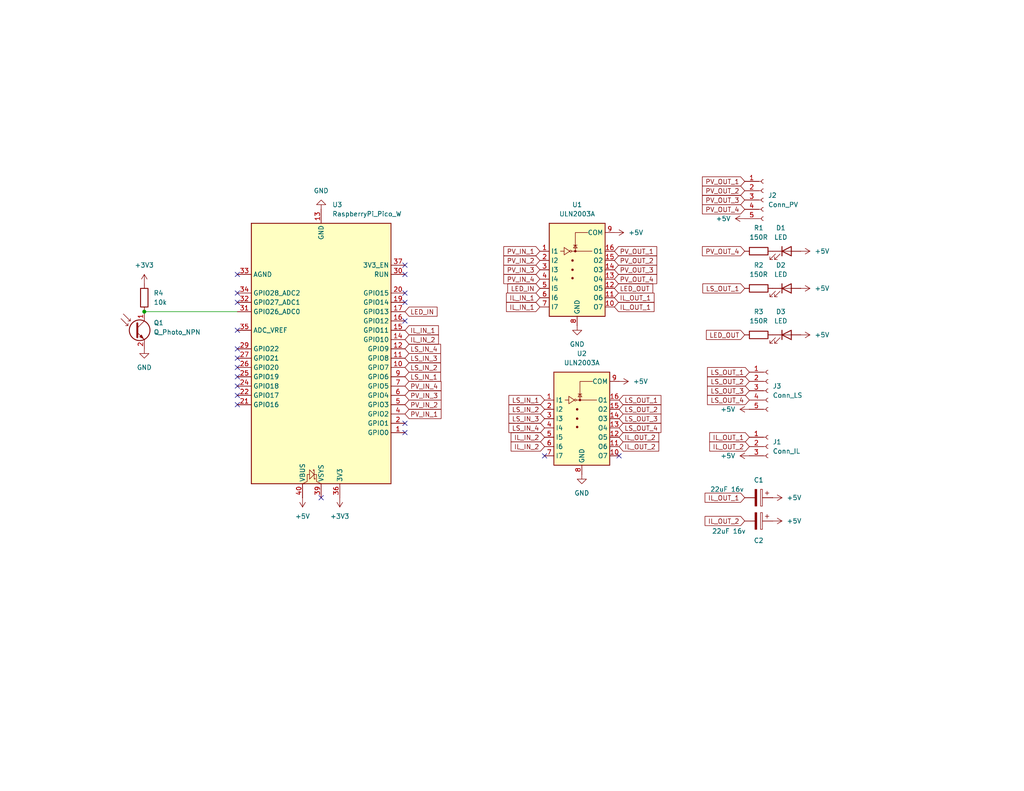
<source format=kicad_sch>
(kicad_sch (version 20231120) (generator "eeschema") (generator_version "8.0")
  (paper "A")
  (title_block (title "Moon Phase Display") (date "2024-06-25") (rev "C"))
  (lib_symbols
    (symbol "Connector:Conn_01x03_Socket" (pin_names (offset 1.016) hide)
      (property "Reference" "J" (at 0 5.08 0))
      (property "Value" "Conn_01x03_Socket" (at 0 -5.08 0))
      (symbol "Conn_01x03_Socket_1_1"
        (arc (start 0 -2.032) (mid -0.5058 -2.54) (end 0 -3.048) (stroke (width 0.1524)))
        (polyline (pts (xy -1.27 -2.54) (xy -0.508 -2.54)) (stroke (width 0.1524)))
        (polyline (pts (xy -1.27 0) (xy -0.508 0)) (stroke (width 0.1524)))
        (polyline (pts (xy -1.27 2.54) (xy -0.508 2.54)) (stroke (width 0.1524)))
        (arc (start 0 0.508) (mid -0.5058 0) (end 0 -0.508) (stroke (width 0.1524)))
        (arc (start 0 3.048) (mid -0.5058 2.54) (end 0 2.032) (stroke (width 0.1524)))
        (pin passive line (at -5.08 2.54 0) (length 3.81) (name "Pin_1") (number "1"))
        (pin passive line (at -5.08 0 0) (length 3.81) (name "Pin_2") (number "2"))
        (pin passive line (at -5.08 -2.54 0) (length 3.81) (name "Pin_3") (number "3"))
      )
    )
    (symbol "Connector:Conn_01x05_Socket" (pin_names (offset 1.016) hide)
      (property "Reference" "J" (at 0 7.62 0))
      (property "Value" "Conn_01x05_Socket" (at 0 -7.62 0))
      (symbol "Conn_01x05_Socket_1_1"
        (arc (start 0 -4.572) (mid -0.5058 -5.08) (end 0 -5.588) (stroke (width 0.1524)))
        (arc (start 0 -2.032) (mid -0.5058 -2.54) (end 0 -3.048) (stroke (width 0.1524)))
        (polyline (pts (xy -1.27 -5.08) (xy -0.508 -5.08)) (stroke (width 0.1524)))
        (polyline (pts (xy -1.27 -2.54) (xy -0.508 -2.54)) (stroke (width 0.1524)))
        (polyline (pts (xy -1.27 0) (xy -0.508 0)) (stroke (width 0.1524)))
        (polyline (pts (xy -1.27 2.54) (xy -0.508 2.54)) (stroke (width 0.1524)))
        (polyline (pts (xy -1.27 5.08) (xy -0.508 5.08)) (stroke (width 0.1524)))
        (arc (start 0 0.508) (mid -0.5058 0) (end 0 -0.508) (stroke (width 0.1524)))
        (arc (start 0 3.048) (mid -0.5058 2.54) (end 0 2.032) (stroke (width 0.1524)))
        (arc (start 0 5.588) (mid -0.5058 5.08) (end 0 4.572) (stroke (width 0.1524)))
        (pin passive line (at -5.08 5.08 0) (length 3.81) (name "Pin_1") (number "1"))
        (pin passive line (at -5.08 2.54 0) (length 3.81) (name "Pin_2") (number "2"))
        (pin passive line (at -5.08 0 0) (length 3.81) (name "Pin_3") (number "3"))
        (pin passive line (at -5.08 -2.54 0) (length 3.81) (name "Pin_4") (number "4"))
        (pin passive line (at -5.08 -5.08 0) (length 3.81) (name "Pin_5") (number "5"))
      )
    )
    (symbol "Device:C_Polarized" (pin_numbers hide) (pin_names (offset 0.254))
      (property "Reference" "C" (at 0.635 2.54 0))
      (property "Value" "C_Polarized" (at 0.635 -2.54 0))
      (symbol "C_Polarized_0_1"
        (rectangle (start -2.286 0.508) (end 2.286 1.016))
        (polyline (pts (xy -1.778 2.286) (xy -0.762 2.286)))
        (polyline (pts (xy -1.27 2.794) (xy -1.27 1.778)))
        (rectangle (start 2.286 -0.508) (end -2.286 -1.016) (fill (type outline)))
      )
      (symbol "C_Polarized_1_1"
        (pin passive line (at 0 3.81 270) (length 2.794) (name "~") (number "1"))
        (pin passive line (at 0 -3.81 90) (length 2.794) (name "~") (number "2"))
      )
    )
    (symbol "Device:LED" (pin_numbers hide) (pin_names (offset 1.016) hide)
      (property "Reference" "D" (at 0 2.54 0))
      (property "Value" "LED" (at 0 -2.54 0))
      (symbol "LED_0_1"
        (polyline (pts (xy -1.27 -1.27) (xy -1.27 1.27)) (stroke (width 0.254)))
        (polyline (pts (xy -1.27 0) (xy 1.27 0)))
        (polyline (pts (xy 1.27 -1.27) (xy 1.27 1.27) (xy -1.27 0) (xy 1.27 -1.27)) (stroke (width 0.254)))
        (polyline (pts (xy -3.048 -0.762) (xy -4.572 -2.286) (xy -3.81 -2.286) (xy -4.572 -2.286) (xy -4.572 -1.524)))
        (polyline (pts (xy -1.778 -0.762) (xy -3.302 -2.286) (xy -2.54 -2.286) (xy -3.302 -2.286) (xy -3.302 -1.524)))
      )
      (symbol "LED_1_1"
        (pin passive line (at -3.81 0 0) (length 2.54) (name "K") (number "1"))
        (pin passive line (at 3.81 0 180) (length 2.54) (name "A") (number "2"))
      )
    )
    (symbol "Device:Q_Photo_NPN" (pin_names (offset 0) hide)
      (property "Reference" "Q" (at 5.08 1.27 0))
      (property "Value" "Q_Photo_NPN" (at 5.08 -1.27 0))
      (symbol "Q_Photo_NPN_0_1"
        (polyline (pts (xy -1.905 1.27) (xy -2.54 1.27)))
        (polyline (pts (xy -1.27 2.54) (xy -1.905 2.54)))
        (polyline (pts (xy 0.635 0.635) (xy 2.54 2.54)))
        (polyline (pts (xy -3.81 3.175) (xy -1.905 1.27) (xy -1.905 1.905)))
        (polyline (pts (xy -3.175 4.445) (xy -1.27 2.54) (xy -1.27 3.175)))
        (polyline (pts (xy 0.635 -0.635) (xy 2.54 -2.54) (xy 2.54 -2.54)))
        (polyline (pts (xy 0.635 1.905) (xy 0.635 -1.905) (xy 0.635 -1.905)) (stroke (width 0.508)))
        (polyline (pts (xy 1.27 -1.778) (xy 1.778 -1.27) (xy 2.286 -2.286) (xy 1.27 -1.778) (xy 1.27 -1.778)) (fill (type outline)))
        (circle (center 1.27 0) (radius 2.8194) (stroke (width 0.254)))
      )
      (symbol "Q_Photo_NPN_1_1"
        (pin passive line (at 2.54 5.08 270) (length 2.54) (name "C") (number "1"))
        (pin passive line (at 2.54 -5.08 90) (length 2.54) (name "E") (number "2"))
      )
    )
    (symbol "Device:R" (pin_numbers hide) (pin_names (offset 0))
      (property "Reference" "R" (at 2.032 0 90))
      (property "Value" "R" (at 0 0 90))
      (symbol "R_0_1"
        (rectangle (start -1.016 -2.54) (end 1.016 2.54) (stroke (width 0.254)))
      )
      (symbol "R_1_1"
        (pin passive line (at 0 3.81 270) (length 1.27) (name "~") (number "1"))
        (pin passive line (at 0 -3.81 90) (length 1.27) (name "~") (number "2"))
      )
    )
    (symbol "MCU_Module_RaspberryPi_Pico:RaspberryPi_Pico_W"
      (property "Reference" "U" (at -19.05 38.1 0))
      (property "Value" "RaspberryPi_Pico_W" (at 7.62 38.1 0))
      (symbol "RaspberryPi_Pico_W_0_1"
        (rectangle (start -19.05 36.83) (end 19.05 -34.29) (stroke (width 0.254)) (fill (type background)))
        (polyline (pts (xy 0 36.83) (xy 1.27 36.195) (xy 1.27 34.29) (xy 1.905 34.29)))
        (polyline (pts (xy 1.905 34.29) (xy 3.175 35.56) (xy 3.175 33.02) (xy 1.905 34.29)))
        (polyline (pts (xy 5.08 36.83) (xy 3.81 36.195) (xy 3.81 34.29) (xy 3.175 34.29)))
        (polyline (pts (xy 1.651 35.306) (xy 1.651 35.56) (xy 1.905 35.56) (xy 1.905 33.02) (xy 2.159 33.02) (xy 2.159 33.274)))
      )
      (symbol "RaspberryPi_Pico_W_1_1"
        (pin bidirectional line (at -22.86 22.86 0) (length 3.81) (name "GPIO0") (number "1"))
        (pin bidirectional line (at -22.86 5.08 0) (length 3.81) (name "GPIO7") (number "10"))
        (pin bidirectional line (at -22.86 2.54 0) (length 3.81) (name "GPIO8") (number "11"))
        (pin bidirectional line (at -22.86 0 0) (length 3.81) (name "GPIO9") (number "12"))
        (pin power_out line (at 0 -38.1 90) (length 3.81) (name "GND") (number "13"))
        (pin bidirectional line (at -22.86 -2.54 0) (length 3.81) (name "GPIO10") (number "14"))
        (pin bidirectional line (at -22.86 -5.08 0) (length 3.81) (name "GPIO11") (number "15"))
        (pin bidirectional line (at -22.86 -7.62 0) (length 3.81) (name "GPIO12") (number "16"))
        (pin bidirectional line (at -22.86 -10.16 0) (length 3.81) (name "GPIO13") (number "17"))
        (pin passive line (at 0 -38.1 90) (length 3.81) hide (name "GND") (number "18"))
        (pin bidirectional line (at -22.86 -12.7 0) (length 3.81) (name "GPIO14") (number "19"))
        (pin bidirectional line (at -22.86 20.32 0) (length 3.81) (name "GPIO1") (number "2"))
        (pin bidirectional line (at -22.86 -15.24 0) (length 3.81) (name "GPIO15") (number "20"))
        (pin bidirectional line (at 22.86 15.24 180) (length 3.81) (name "GPIO16") (number "21"))
        (pin bidirectional line (at 22.86 12.7 180) (length 3.81) (name "GPIO17") (number "22"))
        (pin passive line (at 0 -38.1 90) (length 3.81) hide (name "GND") (number "23"))
        (pin bidirectional line (at 22.86 10.16 180) (length 3.81) (name "GPIO18") (number "24"))
        (pin bidirectional line (at 22.86 7.62 180) (length 3.81) (name "GPIO19") (number "25"))
        (pin bidirectional line (at 22.86 5.08 180) (length 3.81) (name "GPIO20") (number "26"))
        (pin bidirectional line (at 22.86 2.54 180) (length 3.81) (name "GPIO21") (number "27"))
        (pin passive line (at 0 -38.1 90) (length 3.81) hide (name "GND") (number "28"))
        (pin bidirectional line (at 22.86 0 180) (length 3.81) (name "GPIO22") (number "29"))
        (pin passive line (at 0 -38.1 90) (length 3.81) hide (name "GND") (number "3"))
        (pin input line (at -22.86 -20.32 0) (length 3.81) (name "RUN") (number "30"))
        (pin bidirectional line (at 22.86 -10.16 180) (length 3.81) (name "GPIO26_ADC0") (number "31"))
        (pin bidirectional line (at 22.86 -12.7 180) (length 3.81) (name "GPIO27_ADC1") (number "32"))
        (pin power_in line (at 22.86 -20.32 180) (length 3.81) (name "AGND") (number "33"))
        (pin bidirectional line (at 22.86 -15.24 180) (length 3.81) (name "GPIO28_ADC2") (number "34"))
        (pin power_in line (at 22.86 -5.08 180) (length 3.81) (name "ADC_VREF") (number "35"))
        (pin power_out line (at -5.08 40.64 270) (length 3.81) (name "3V3") (number "36"))
        (pin input line (at -22.86 -22.86 0) (length 3.81) (name "3V3_EN") (number "37"))
        (pin passive line (at 0 -38.1 90) (length 3.81) hide (name "GND") (number "38"))
        (pin power_in line (at 0 40.64 270) (length 3.81) (name "VSYS") (number "39"))
        (pin bidirectional line (at -22.86 17.78 0) (length 3.81) (name "GPIO2") (number "4"))
        (pin power_out line (at 5.08 40.64 270) (length 3.81) (name "VBUS") (number "40"))
        (pin bidirectional line (at -22.86 15.24 0) (length 3.81) (name "GPIO3") (number "5"))
        (pin bidirectional line (at -22.86 12.7 0) (length 3.81) (name "GPIO4") (number "6"))
        (pin bidirectional line (at -22.86 10.16 0) (length 3.81) (name "GPIO5") (number "7"))
        (pin passive line (at 0 -38.1 90) (length 3.81) hide (name "GND") (number "8"))
        (pin bidirectional line (at -22.86 7.62 0) (length 3.81) (name "GPIO6") (number "9"))
      )
    )
    (symbol "Transistor_Array:ULN2003A"
      (property "Reference" "U" (at 0 15.875 0))
      (property "Value" "ULN2003A" (at 0 13.97 0))
      (symbol "ULN2003A_0_1"
        (rectangle (start -7.62 -12.7) (end 7.62 12.7) (stroke (width 0.254)) (fill (type background)))
        (circle (center -1.778 5.08) (radius 0.254))
        (circle (center -1.27 -2.286) (radius 0.254) (fill (type outline)))
        (circle (center -1.27 0) (radius 0.254) (fill (type outline)))
        (circle (center -1.27 2.54) (radius 0.254) (fill (type outline)))
        (circle (center -0.508 5.08) (radius 0.254) (fill (type outline)))
        (polyline (pts (xy -4.572 5.08) (xy -3.556 5.08)))
        (polyline (pts (xy -1.524 5.08) (xy 4.064 5.08)))
        (polyline (pts (xy 0 6.731) (xy -1.016 6.731)))
        (polyline (pts (xy -0.508 5.08) (xy -0.508 10.16) (xy 2.921 10.16)))
        (polyline (pts (xy -3.556 6.096) (xy -3.556 4.064) (xy -2.032 5.08) (xy -3.556 6.096)))
        (polyline (pts (xy 0 5.969) (xy -1.016 5.969) (xy -0.508 6.731) (xy 0 5.969)))
      )
      (symbol "ULN2003A_1_1"
        (pin input line (at -10.16 5.08 0) (length 2.54) (name "I1") (number "1"))
        (pin open_collector line (at 10.16 -10.16 180) (length 2.54) (name "O7") (number "10"))
        (pin open_collector line (at 10.16 -7.62 180) (length 2.54) (name "O6") (number "11"))
        (pin open_collector line (at 10.16 -5.08 180) (length 2.54) (name "O5") (number "12"))
        (pin open_collector line (at 10.16 -2.54 180) (length 2.54) (name "O4") (number "13"))
        (pin open_collector line (at 10.16 0 180) (length 2.54) (name "O3") (number "14"))
        (pin open_collector line (at 10.16 2.54 180) (length 2.54) (name "O2") (number "15"))
        (pin open_collector line (at 10.16 5.08 180) (length 2.54) (name "O1") (number "16"))
        (pin input line (at -10.16 2.54 0) (length 2.54) (name "I2") (number "2"))
        (pin input line (at -10.16 0 0) (length 2.54) (name "I3") (number "3"))
        (pin input line (at -10.16 -2.54 0) (length 2.54) (name "I4") (number "4"))
        (pin input line (at -10.16 -5.08 0) (length 2.54) (name "I5") (number "5"))
        (pin input line (at -10.16 -7.62 0) (length 2.54) (name "I6") (number "6"))
        (pin input line (at -10.16 -10.16 0) (length 2.54) (name "I7") (number "7"))
        (pin power_in line (at 0 -15.24 90) (length 2.54) (name "GND") (number "8"))
        (pin passive line (at 10.16 10.16 180) (length 2.54) (name "COM") (number "9"))
      )
    )
    (symbol "power:+3V3" (power) (pin_numbers hide) (pin_names (offset 0) hide)
      (property "Value" "+3V3" (at 0 3.556 0))
      (symbol "+3V3_0_1"
        (polyline (pts (xy -0.762 1.27) (xy 0 2.54)))
        (polyline (pts (xy 0 0) (xy 0 2.54)))
        (polyline (pts (xy 0 2.54) (xy 0.762 1.27)))
      )
      (symbol "+3V3_1_1"
        (pin power_in line (at 0 0 90) (length 0) (name "~") (number "1"))
      )
    )
    (symbol "power:+5V" (power) (pin_numbers hide) (pin_names (offset 0) hide)
      (property "Value" "+5V" (at 0 3.556 0))
      (symbol "+5V_0_1"
        (polyline (pts (xy -0.762 1.27) (xy 0 2.54)))
        (polyline (pts (xy 0 0) (xy 0 2.54)))
        (polyline (pts (xy 0 2.54) (xy 0.762 1.27)))
      )
      (symbol "+5V_1_1"
        (pin power_in line (at 0 0 90) (length 0) (name "~") (number "1"))
      )
    )
    (symbol "power:GND" (power) (pin_numbers hide) (pin_names (offset 0) hide)
      (property "Value" "GND" (at 0 -3.81 0))
      (symbol "GND_0_1"
        (polyline (pts (xy 0 0) (xy 0 -1.27) (xy 1.27 -1.27) (xy 0 -2.54) (xy -1.27 -1.27) (xy 0 -1.27)))
      )
      (symbol "GND_1_1"
        (pin power_in line (at 0 0 270) (length 0) (name "~") (number "1"))
      )
    )
  )
  (junction (at 39.37 85.09))
  (no_connect (at 110.49 82.55))
  (no_connect (at 64.77 110.49))
  (no_connect (at 110.49 87.63))
  (no_connect (at 64.77 107.95))
  (no_connect (at 110.49 115.57))
  (no_connect (at 64.77 102.87))
  (no_connect (at 87.63 135.89))
  (no_connect (at 64.77 95.25))
  (no_connect (at 64.77 82.55))
  (no_connect (at 64.77 74.93))
  (no_connect (at 110.49 72.39))
  (no_connect (at 148.59 124.46))
  (no_connect (at 110.49 80.01))
  (no_connect (at 64.77 100.33))
  (no_connect (at 64.77 105.41))
  (no_connect (at 64.77 97.79))
  (no_connect (at 110.49 118.11))
  (no_connect (at 64.77 90.17))
  (no_connect (at 168.91 124.46))
  (no_connect (at 64.77 80.01))
  (no_connect (at 110.49 74.93))
  (wire (pts (xy 39.37 85.09) (xy 64.77 85.09)))
  (global_label "IL_IN_1" (shape input) (at 110.49 90.17 0) (property "Intersheetrefs" "${INTERSHEET_REFS}" (effects (hide yes))))
  (global_label "LS_OUT_1" (shape input) (at 204.47 101.6 180) (property "Intersheetrefs" "${INTERSHEET_REFS}" (effects (hide yes))))
  (global_label "IL_IN_2" (shape input) (at 148.59 119.38 180) (property "Intersheetrefs" "${INTERSHEET_REFS}" (effects (hide yes))))
  (global_label "IL_IN_2" (shape input) (at 148.59 121.92 180) (property "Intersheetrefs" "${INTERSHEET_REFS}" (effects (hide yes))))
  (global_label "IL_IN_2" (shape input) (at 110.49 92.71 0) (property "Intersheetrefs" "${INTERSHEET_REFS}" (effects (hide yes))))
  (global_label "LS_IN_1" (shape input) (at 148.59 109.22 180) (property "Intersheetrefs" "${INTERSHEET_REFS}" (effects (hide yes))))
  (global_label "LS_OUT_2" (shape input) (at 168.91 111.76 0) (property "Intersheetrefs" "${INTERSHEET_REFS}" (effects (hide yes))))
  (global_label "PV_OUT_2" (shape input) (at 167.64 71.12 0) (property "Intersheetrefs" "${INTERSHEET_REFS}" (effects (hide yes))))
  (global_label "PV_IN_2" (shape input) (at 147.32 71.12 180) (property "Intersheetrefs" "${INTERSHEET_REFS}" (effects (hide yes))))
  (global_label "PV_OUT_2" (shape input) (at 203.2 52.07 180) (property "Intersheetrefs" "${INTERSHEET_REFS}" (effects (hide yes))))
  (global_label "PV_OUT_1" (shape input) (at 167.64 68.58 0) (property "Intersheetrefs" "${INTERSHEET_REFS}" (effects (hide yes))))
  (global_label "PV_OUT_4" (shape input) (at 167.64 76.2 0) (property "Intersheetrefs" "${INTERSHEET_REFS}" (effects (hide yes))))
  (global_label "PV_IN_4" (shape input) (at 110.49 105.41 0) (property "Intersheetrefs" "${INTERSHEET_REFS}" (effects (hide yes))))
  (global_label "PV_IN_2" (shape input) (at 110.49 110.49 0) (property "Intersheetrefs" "${INTERSHEET_REFS}" (effects (hide yes))))
  (global_label "IL_OUT_1" (shape input) (at 203.2 135.89 180) (property "Intersheetrefs" "${INTERSHEET_REFS}" (effects (hide yes))))
  (global_label "PV_IN_4" (shape input) (at 147.32 76.2 180) (property "Intersheetrefs" "${INTERSHEET_REFS}" (effects (hide yes))))
  (global_label "LS_OUT_3" (shape input) (at 204.47 106.68 180) (property "Intersheetrefs" "${INTERSHEET_REFS}" (effects (hide yes))))
  (global_label "LED_OUT" (shape input) (at 203.2 91.44 180) (property "Intersheetrefs" "${INTERSHEET_REFS}" (effects (hide yes))))
  (global_label "LS_IN_3" (shape input) (at 148.59 114.3 180) (property "Intersheetrefs" "${INTERSHEET_REFS}" (effects (hide yes))))
  (global_label "IL_OUT_2" (shape input) (at 168.91 119.38 0) (property "Intersheetrefs" "${INTERSHEET_REFS}" (effects (hide yes))))
  (global_label "LS_OUT_2" (shape input) (at 204.47 104.14 180) (property "Intersheetrefs" "${INTERSHEET_REFS}" (effects (hide yes))))
  (global_label "IL_OUT_1" (shape input) (at 204.47 119.38 180) (property "Intersheetrefs" "${INTERSHEET_REFS}" (effects (hide yes))))
  (global_label "LS_IN_4" (shape input) (at 110.49 95.25 0) (property "Intersheetrefs" "${INTERSHEET_REFS}" (effects (hide yes))))
  (global_label "LS_OUT_3" (shape input) (at 168.91 114.3 0) (property "Intersheetrefs" "${INTERSHEET_REFS}" (effects (hide yes))))
  (global_label "PV_IN_3" (shape input) (at 110.49 107.95 0) (property "Intersheetrefs" "${INTERSHEET_REFS}" (effects (hide yes))))
  (global_label "PV_IN_3" (shape input) (at 147.32 73.66 180) (property "Intersheetrefs" "${INTERSHEET_REFS}" (effects (hide yes))))
  (global_label "LED_IN" (shape input) (at 147.32 78.74 180) (property "Intersheetrefs" "${INTERSHEET_REFS}" (effects (hide yes))))
  (global_label "LS_OUT_1" (shape input) (at 168.91 109.22 0) (property "Intersheetrefs" "${INTERSHEET_REFS}" (effects (hide yes))))
  (global_label "LS_IN_4" (shape input) (at 148.59 116.84 180) (property "Intersheetrefs" "${INTERSHEET_REFS}" (effects (hide yes))))
  (global_label "IL_IN_1" (shape input) (at 147.32 83.82 180) (property "Intersheetrefs" "${INTERSHEET_REFS}" (effects (hide yes))))
  (global_label "LS_OUT_4" (shape input) (at 168.91 116.84 0) (property "Intersheetrefs" "${INTERSHEET_REFS}" (effects (hide yes))))
  (global_label "LS_OUT_4" (shape input) (at 204.47 109.22 180) (property "Intersheetrefs" "${INTERSHEET_REFS}" (effects (hide yes))))
  (global_label "PV_IN_1" (shape input) (at 147.32 68.58 180) (property "Intersheetrefs" "${INTERSHEET_REFS}" (effects (hide yes))))
  (global_label "PV_OUT_4" (shape input) (at 203.2 68.58 180) (property "Intersheetrefs" "${INTERSHEET_REFS}" (effects (hide yes))))
  (global_label "IL_OUT_2" (shape input) (at 203.2 142.24 180) (property "Intersheetrefs" "${INTERSHEET_REFS}" (effects (hide yes))))
  (global_label "LS_IN_3" (shape input) (at 110.49 97.79 0) (property "Intersheetrefs" "${INTERSHEET_REFS}" (effects (hide yes))))
  (global_label "PV_OUT_4" (shape input) (at 203.2 57.15 180) (property "Intersheetrefs" "${INTERSHEET_REFS}" (effects (hide yes))))
  (global_label "PV_OUT_3" (shape input) (at 203.2 54.61 180) (property "Intersheetrefs" "${INTERSHEET_REFS}" (effects (hide yes))))
  (global_label "IL_OUT_1" (shape input) (at 167.64 81.28 0) (property "Intersheetrefs" "${INTERSHEET_REFS}" (effects (hide yes))))
  (global_label "PV_OUT_1" (shape input) (at 203.2 49.53 180) (property "Intersheetrefs" "${INTERSHEET_REFS}" (effects (hide yes))))
  (global_label "LED_IN" (shape input) (at 110.49 85.09 0) (property "Intersheetrefs" "${INTERSHEET_REFS}" (effects (hide yes))))
  (global_label "IL_OUT_2" (shape input) (at 204.47 121.92 180) (property "Intersheetrefs" "${INTERSHEET_REFS}" (effects (hide yes))))
  (global_label "LS_IN_2" (shape input) (at 110.49 100.33 0) (property "Intersheetrefs" "${INTERSHEET_REFS}" (effects (hide yes))))
  (global_label "LS_IN_2" (shape input) (at 148.59 111.76 180) (property "Intersheetrefs" "${INTERSHEET_REFS}" (effects (hide yes))))
  (global_label "PV_IN_1" (shape input) (at 110.49 113.03 0) (property "Intersheetrefs" "${INTERSHEET_REFS}" (effects (hide yes))))
  (global_label "IL_OUT_2" (shape input) (at 168.91 121.92 0) (property "Intersheetrefs" "${INTERSHEET_REFS}" (effects (hide yes))))
  (global_label "LS_IN_1" (shape input) (at 110.49 102.87 0) (property "Intersheetrefs" "${INTERSHEET_REFS}" (effects (hide yes))))
  (global_label "LED_OUT" (shape input) (at 167.64 78.74 0) (property "Intersheetrefs" "${INTERSHEET_REFS}" (effects (hide yes))))
  (global_label "IL_IN_1" (shape input) (at 147.32 81.28 180) (property "Intersheetrefs" "${INTERSHEET_REFS}" (effects (hide yes))))
  (global_label "IL_OUT_1" (shape input) (at 167.64 83.82 0) (property "Intersheetrefs" "${INTERSHEET_REFS}" (effects (hide yes))))
  (global_label "PV_OUT_3" (shape input) (at 167.64 73.66 0) (property "Intersheetrefs" "${INTERSHEET_REFS}" (effects (hide yes))))
  (global_label "LS_OUT_1" (shape input) (at 203.2 78.74 180) (property "Intersheetrefs" "${INTERSHEET_REFS}" (effects (hide yes))))
  (symbol (lib_id "Transistor_Array:ULN2003A") (at 158.75 114.3 0) (unit 1)
    (property "Reference" "U2" (at 158.75 96.52 0))
    (property "Value" "ULN2003A" (at 158.75 99.06 0))
    (property "Footprint" "Package_DIP:CERDIP-16_W7.62mm_SideBrazed_Socket" (effects (hide yes)))
    (property "Datasheet" "http://www.ti.com/lit/ds/symlink/uln2003a.pdf" (effects (hide yes)))
    (property "Description" "High Voltage, High Current Darlington Transistor Arrays, SOIC16/SOIC16W/DIP16/TSSOP16" (effects (hide yes)))
  )
  (symbol (lib_id "power:+5V") (at 204.47 111.76 90) (unit 1)
    (property "Reference" "#PWR03" (effects (hide yes)))
    (property "Value" "+5V" (at 200.66 111.7599 90) (effects (justify left)))
    (property "Description" "Power symbol creates a global label with name \"+5V\"" (effects (hide yes)))
  )
  (symbol (lib_id "power:+5V") (at 210.82 135.89 270) (unit 1)
    (property "Reference" "#PWR013" (effects (hide yes)))
    (property "Value" "+5V" (at 214.63 135.8899 90) (effects (justify left)))
    (property "Description" "Power symbol creates a global label with name \"+5V\"" (effects (hide yes)))
  )
  (symbol (lib_id "Transistor_Array:ULN2003A") (at 157.48 73.66 0) (unit 1)
    (property "Reference" "U1" (at 157.48 55.88 0))
    (property "Value" "ULN2003A" (at 157.48 58.42 0))
    (property "Footprint" "Package_DIP:CERDIP-16_W7.62mm_SideBrazed_Socket" (effects (hide yes)))
    (property "Datasheet" "http://www.ti.com/lit/ds/symlink/uln2003a.pdf" (effects (hide yes)))
    (property "Description" "High Voltage, High Current Darlington Transistor Arrays, SOIC16/SOIC16W/DIP16/TSSOP16" (effects (hide yes)))
  )
  (symbol (lib_id "Device:C_Polarized") (at 207.01 135.89 270) (unit 1)
    (property "Reference" "C1" (at 207.01 131.064 90))
    (property "Value" "22uF 16v" (at 198.374 133.604 90))
    (property "Footprint" "Capacitor_THT:CP_Radial_D4.0mm_P2.00mm" (effects (hide yes)))
    (property "Description" "Polarized capacitor" (effects (hide yes)))
  )
  (symbol (lib_id "Connector:Conn_01x05_Socket") (at 209.55 106.68 0) (unit 1)
    (property "Reference" "J3" (at 210.82 105.4099 0) (effects (justify left)))
    (property "Value" "Conn_LS" (at 210.82 107.9499 0) (effects (justify left)))
    (property "Footprint" "Connector_JST:JST_XH_B5B-XH-AM_1x05_P2.50mm_Vertical" (effects (hide yes)))
    (property "Description" "Generic connector, single row, 01x05, script generated" (effects (hide yes)))
  )
  (symbol (lib_id "Device:R") (at 207.01 78.74 270) (unit 1)
    (property "Reference" "R2" (at 207.01 72.39 90))
    (property "Value" "150R" (at 207.01 74.93 90))
    (property "Footprint" "Resistor_SMD:R_0805_2012Metric_Pad1.20x1.40mm_HandSolder" (effects (hide yes)))
    (property "Description" "Resistor" (effects (hide yes)))
  )
  (symbol (lib_id "power:+5V") (at 82.55 135.89 180) (unit 1)
    (property "Reference" "#PWR01" (effects (hide yes)))
    (property "Value" "+5V" (at 82.55 140.97 0))
    (property "Description" "Power symbol creates a global label with name \"+5V\"" (effects (hide yes)))
  )
  (symbol (lib_id "Connector:Conn_01x05_Socket") (at 208.28 54.61 0) (unit 1)
    (property "Reference" "J2" (at 209.55 53.3399 0) (effects (justify left)))
    (property "Value" "Conn_PV" (at 209.55 55.8799 0) (effects (justify left)))
    (property "Footprint" "Connector_JST:JST_XH_B5B-XH-AM_1x05_P2.50mm_Vertical" (effects (hide yes)))
    (property "Description" "Generic connector, single row, 01x05, script generated" (effects (hide yes)))
  )
  (symbol (lib_id "Device:Q_Photo_NPN") (at 36.83 90.17 0) (unit 1)
    (property "Reference" "Q1" (at 41.91 88.1506 0) (effects (justify left)))
    (property "Value" "Q_Photo_NPN" (at 41.91 90.6906 0) (effects (justify left)))
    (property "Footprint" "Connector_PinHeader_2.54mm:PinHeader_1x02_P2.54mm_Vertical" (effects (hide yes)))
    (property "Description" "NPN phototransistor, collector/emitter" (effects (hide yes)))
  )
  (symbol (lib_id "MCU_Module_RaspberryPi_Pico:RaspberryPi_Pico_W") (at 87.63 95.25 180) (unit 1)
    (property "Reference" "U3" (at 90.6465 55.88 0) (effects (justify right)))
    (property "Value" "RaspberryPi_Pico_W" (at 90.6465 58.42 0) (effects (justify right)))
    (property "Footprint" "Module_RaspberryPi_Pico:RaspberryPi_Pico_Common" (effects (hide yes)))
    (property "Datasheet" "https://datasheets.raspberrypi.com/picow/pico-w-datasheet.pdf" (effects (hide yes)))
    (property "Description" "Versatile and inexpensive wireless microcontroller module powered by RP2040 dual-core Arm Cortex-M0+ processor up to 133 MHz, 264kB SRAM, 2MB QSPI flash, Infineon CYW43439 2.4GHz 802.11n wireless LAN" (effects (hide yes)))
  )
  (symbol (lib_id "power:+3V3") (at 92.71 135.89 180) (unit 1)
    (property "Reference" "#PWR015" (effects (hide yes)))
    (property "Value" "+3V3" (at 92.71 140.97 0))
    (property "Description" "Power symbol creates a global label with name \"+3V3\"" (effects (hide yes)))
  )
  (symbol (lib_id "Device:C_Polarized") (at 207.01 142.24 270) (unit 1)
    (property "Reference" "C2" (at 207.01 147.574 90))
    (property "Value" "22uF 16v" (at 198.882 145.034 90))
    (property "Footprint" "Capacitor_THT:CP_Radial_D4.0mm_P2.00mm" (effects (hide yes)))
    (property "Description" "Polarized capacitor" (effects (hide yes)))
  )
  (symbol (lib_id "power:+5V") (at 218.44 68.58 270) (unit 1)
    (property "Reference" "#PWR010" (effects (hide yes)))
    (property "Value" "+5V" (at 222.25 68.5799 90) (effects (justify left)))
    (property "Description" "Power symbol creates a global label with name \"+5V\"" (effects (hide yes)))
  )
  (symbol (lib_id "Device:R") (at 39.37 81.28 0) (unit 1)
    (property "Reference" "R4" (at 41.91 80.0099 0) (effects (justify left)))
    (property "Value" "10k" (at 41.91 82.5499 0) (effects (justify left)))
    (property "Footprint" "Resistor_SMD:R_0805_2012Metric" (effects (hide yes)))
    (property "Description" "Resistor" (effects (hide yes)))
  )
  (symbol (lib_id "power:GND") (at 39.37 95.25 0) (unit 1)
    (property "Reference" "#PWR017" (effects (hide yes)))
    (property "Value" "GND" (at 39.37 100.33 0))
    (property "Description" "Power symbol creates a global label with name \"GND\" , ground" (effects (hide yes)))
  )
  (symbol (lib_id "power:+5V") (at 218.44 91.44 270) (unit 1)
    (property "Reference" "#PWR07" (effects (hide yes)))
    (property "Value" "+5V" (at 222.25 91.4399 90) (effects (justify left)))
    (property "Description" "Power symbol creates a global label with name \"+5V\"" (effects (hide yes)))
  )
  (symbol (lib_id "Device:LED") (at 214.63 68.58 0) (unit 1)
    (property "Reference" "D1" (at 213.0425 62.23 0))
    (property "Value" "LED" (at 213.0425 64.77 0))
    (property "Footprint" "LED_SMD:LED_0805_2012Metric" (effects (hide yes)))
    (property "Description" "Light emitting diode" (effects (hide yes)))
  )
  (symbol (lib_id "Connector:Conn_01x03_Socket") (at 209.55 121.92 0) (unit 1)
    (property "Reference" "J1" (at 210.82 120.6499 0) (effects (justify left)))
    (property "Value" "Conn_IL" (at 210.82 123.1899 0) (effects (justify left)))
    (property "Footprint" "Connector_JST:JST_XH_B3B-XH-AM_1x03_P2.50mm_Vertical" (effects (hide yes)))
    (property "Description" "Generic connector, single row, 01x03, script generated" (effects (hide yes)))
  )
  (symbol (lib_id "Device:R") (at 207.01 68.58 270) (unit 1)
    (property "Reference" "R1" (at 207.01 62.23 90))
    (property "Value" "150R" (at 207.01 64.77 90))
    (property "Footprint" "Resistor_SMD:R_0805_2012Metric" (effects (hide yes)))
    (property "Description" "Resistor" (effects (hide yes)))
  )
  (symbol (lib_id "power:+3V3") (at 39.37 77.47 0) (unit 1)
    (property "Reference" "#PWR016" (effects (hide yes)))
    (property "Value" "+3V3" (at 39.37 72.39 0))
    (property "Description" "Power symbol creates a global label with name \"+3V3\"" (effects (hide yes)))
  )
  (symbol (lib_id "Device:LED") (at 214.63 78.74 0) (unit 1)
    (property "Reference" "D2" (at 213.0425 72.39 0))
    (property "Value" "LED" (at 213.0425 74.93 0))
    (property "Footprint" "LED_SMD:LED_0805_2012Metric" (effects (hide yes)))
    (property "Description" "Light emitting diode" (effects (hide yes)))
  )
  (symbol (lib_id "Device:LED") (at 214.63 91.44 0) (unit 1)
    (property "Reference" "D3" (at 213.0425 85.09 0))
    (property "Value" "LED" (at 213.0425 87.63 0))
    (property "Footprint" "LED_SMD:LED_0805_2012Metric" (effects (hide yes)))
    (property "Description" "Light emitting diode" (effects (hide yes)))
  )
  (symbol (lib_id "Device:R") (at 207.01 91.44 90) (unit 1)
    (property "Reference" "R3" (at 207.01 85.09 90))
    (property "Value" "150R" (at 207.01 87.63 90))
    (property "Footprint" "Resistor_SMD:R_0805_2012Metric" (effects (hide yes)))
    (property "Description" "Resistor" (effects (hide yes)))
  )
  (symbol (lib_id "power:+5V") (at 204.47 124.46 90) (unit 1)
    (property "Reference" "#PWR04" (effects (hide yes)))
    (property "Value" "+5V" (at 200.66 124.4599 90) (effects (justify left)))
    (property "Description" "Power symbol creates a global label with name \"+5V\"" (effects (hide yes)))
  )
  (symbol (lib_id "power:+5V") (at 203.2 59.69 90) (unit 1)
    (property "Reference" "#PWR02" (effects (hide yes)))
    (property "Value" "+5V" (at 199.39 59.6899 90) (effects (justify left)))
    (property "Description" "Power symbol creates a global label with name \"+5V\"" (effects (hide yes)))
  )
  (symbol (lib_id "power:+5V") (at 167.64 63.5 270) (unit 1)
    (property "Reference" "#PWR05" (effects (hide yes)))
    (property "Value" "+5V" (at 171.45 63.4999 90) (effects (justify left)))
    (property "Description" "Power symbol creates a global label with name \"+5V\"" (effects (hide yes)))
  )
  (symbol (lib_id "power:+5V") (at 218.44 78.74 270) (unit 1)
    (property "Reference" "#PWR011" (effects (hide yes)))
    (property "Value" "+5V" (at 222.25 78.7399 90) (effects (justify left)))
    (property "Description" "Power symbol creates a global label with name \"+5V\"" (effects (hide yes)))
  )
  (symbol (lib_id "power:GND") (at 157.48 88.9 0) (unit 1)
    (property "Reference" "#PWR09" (effects (hide yes)))
    (property "Value" "GND" (at 157.48 93.98 0))
    (property "Description" "Power symbol creates a global label with name \"GND\" , ground" (effects (hide yes)))
  )
  (symbol (lib_id "power:+5V") (at 168.91 104.14 270) (unit 1)
    (property "Reference" "#PWR06" (effects (hide yes)))
    (property "Value" "+5V" (at 172.72 104.1399 90) (effects (justify left)))
    (property "Description" "Power symbol creates a global label with name \"+5V\"" (effects (hide yes)))
  )
  (symbol (lib_id "power:GND") (at 87.63 57.15 180) (unit 1)
    (property "Reference" "#PWR012" (effects (hide yes)))
    (property "Value" "GND" (at 87.63 52.07 0))
    (property "Description" "Power symbol creates a global label with name \"GND\" , ground" (effects (hide yes)))
  )
  (symbol (lib_id "power:GND") (at 158.75 129.54 0) (unit 1)
    (property "Reference" "#PWR08" (effects (hide yes)))
    (property "Value" "GND" (at 158.75 134.62 0))
    (property "Description" "Power symbol creates a global label with name \"GND\" , ground" (effects (hide yes)))
  )
  (symbol (lib_id "power:+5V") (at 210.82 142.24 270) (unit 1)
    (property "Reference" "#PWR014" (effects (hide yes)))
    (property "Value" "+5V" (at 214.63 142.2399 90) (effects (justify left)))
    (property "Description" "Power symbol creates a global label with name \"+5V\"" (effects (hide yes)))
  )
)
</source>
